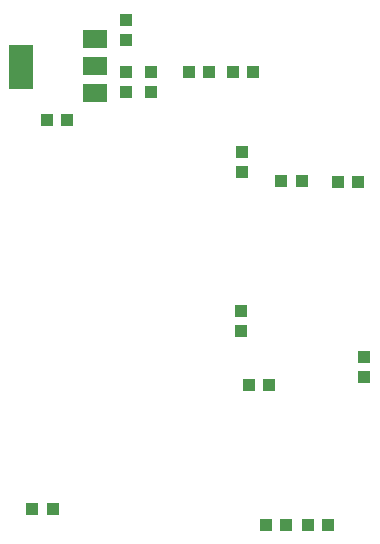
<source format=gtp>
G75*
G70*
%OFA0B0*%
%FSLAX24Y24*%
%IPPOS*%
%LPD*%
%AMOC8*
5,1,8,0,0,1.08239X$1,22.5*
%
%ADD10R,0.0790X0.0590*%
%ADD11R,0.0790X0.1500*%
%ADD12R,0.0433X0.0433*%
%ADD13R,0.0394X0.0433*%
%ADD14R,0.0433X0.0394*%
D10*
X008597Y016361D03*
X008597Y017261D03*
X008597Y018161D03*
D11*
X006117Y017251D03*
D12*
X006502Y002521D03*
X007172Y002521D03*
X013447Y008436D03*
X013447Y009105D03*
X017567Y007585D03*
X017567Y006916D03*
X016352Y001991D03*
X015682Y001991D03*
X014942Y001991D03*
X014272Y001991D03*
X014802Y013431D03*
X015472Y013431D03*
X016672Y013421D03*
X017342Y013421D03*
X013487Y013736D03*
X013487Y014405D03*
X013192Y017071D03*
X013862Y017071D03*
X012402Y017081D03*
X011732Y017081D03*
X010457Y017075D03*
X010457Y016406D03*
X009607Y018156D03*
X009607Y018825D03*
X007642Y015491D03*
X006972Y015491D03*
D13*
X009607Y016416D03*
X009607Y017085D03*
D14*
X013722Y006631D03*
X014392Y006631D03*
M02*

</source>
